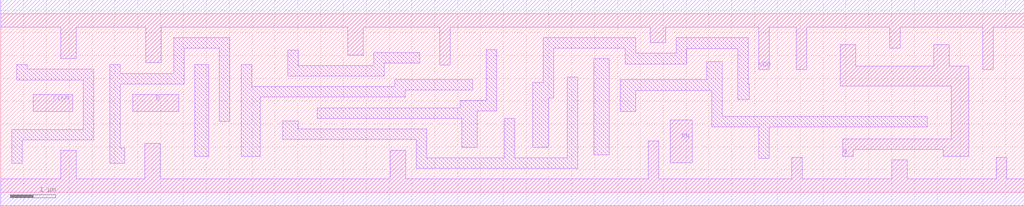
<source format=lef>
# Copyright 2022 GlobalFoundries PDK Authors
#
# Licensed under the Apache License, Version 2.0 (the "License");
# you may not use this file except in compliance with the License.
# You may obtain a copy of the License at
#
#      http://www.apache.org/licenses/LICENSE-2.0
#
# Unless required by applicable law or agreed to in writing, software
# distributed under the License is distributed on an "AS IS" BASIS,
# WITHOUT WARRANTIES OR CONDITIONS OF ANY KIND, either express or implied.
# See the License for the specific language governing permissions and
# limitations under the License.

MACRO gf180mcu_fd_sc_mcu7t5v0__dffnrnq_4
  CLASS core ;
  FOREIGN gf180mcu_fd_sc_mcu7t5v0__dffnrnq_4 0.0 0.0 ;
  ORIGIN 0 0 ;
  SYMMETRY X Y ;
  SITE GF018hv5v_mcu_sc7 ;
  SIZE 22.4 BY 3.92 ;
  PIN D
    DIRECTION INPUT ;
    ANTENNAGATEAREA 0.614 ;
    PORT
      LAYER Metal1 ;
        POLYGON 2.89 1.77 3.895 1.77 3.895 2.15 2.89 2.15  ;
    END
  END D
  PIN RN
    DIRECTION INPUT ;
    ANTENNAGATEAREA 1.3955 ;
    PORT
      LAYER Metal1 ;
        POLYGON 14.65 0.65 15.14 0.65 15.14 1.59 14.65 1.59  ;
    END
  END RN
  PIN CLKN
    DIRECTION INPUT ;
    USE clock ;
    ANTENNAGATEAREA 0.6755 ;
    PORT
      LAYER Metal1 ;
        POLYGON 0.71 1.77 1.575 1.77 1.575 2.15 0.71 2.15  ;
    END
  END CLKN
  PIN Q
    DIRECTION OUTPUT ;
    ANTENNADIFFAREA 2.08 ;
    PORT
      LAYER Metal1 ;
        POLYGON 18.38 2.33 20.28 2.33 20.81 2.33 20.81 1.175 18.435 1.175 18.435 0.79 18.665 0.79 18.665 0.945 20.635 0.945 20.635 0.79 21.19 0.79 21.19 2.765 20.76 2.765 20.76 3.235 20.42 3.235 20.42 2.765 20.28 2.765 18.72 2.765 18.72 3.235 18.38 3.235  ;
    END
  END Q
  PIN VDD
    DIRECTION INOUT ;
    USE power ;
    SHAPE ABUTMENT ;
    PORT
      LAYER Metal1 ;
        POLYGON 0 3.62 1.31 3.62 1.31 2.93 1.65 2.93 1.65 3.62 2.035 3.62 3.17 3.62 3.17 2.845 3.51 2.845 3.51 3.62 5.015 3.62 7.59 3.62 7.59 3.005 7.93 3.005 7.93 3.62 9.17 3.62 9.605 3.62 9.605 2.79 9.835 2.79 9.835 3.62 10.33 3.62 10.855 3.62 14.22 3.62 14.22 3.28 14.56 3.28 14.56 3.62 16.385 3.62 16.595 3.62 16.595 2.69 16.825 2.69 16.825 3.62 17.415 3.62 17.415 2.69 17.645 2.69 17.645 3.62 19.455 3.62 19.455 3.16 19.685 3.16 19.685 3.62 20.28 3.62 21.495 3.62 21.495 2.69 21.725 2.69 21.725 3.62 22.4 3.62 22.4 4.22 20.28 4.22 16.385 4.22 10.855 4.22 10.33 4.22 9.17 4.22 5.015 4.22 2.035 4.22 0 4.22  ;
    END
  END VDD
  PIN VSS
    DIRECTION INOUT ;
    USE ground ;
    SHAPE ABUTMENT ;
    PORT
      LAYER Metal1 ;
        POLYGON 0 -0.3 22.4 -0.3 22.4 0.3 22.025 0.3 22.025 0.765 21.795 0.765 21.795 0.3 19.84 0.3 19.84 0.715 19.5 0.715 19.5 0.3 17.545 0.3 17.545 0.765 17.315 0.765 17.315 0.3 14.405 0.3 14.405 1.13 14.175 1.13 14.175 0.3 8.87 0.3 8.87 0.915 8.53 0.915 8.53 0.3 3.49 0.3 3.49 1.075 3.15 1.075 3.15 0.3 1.65 0.3 1.65 0.915 1.31 0.915 1.31 0.3 0 0.3  ;
    END
  END VSS
  OBS
      LAYER Metal1 ;
        POLYGON 0.345 2.465 1.805 2.465 1.805 1.375 0.245 1.375 0.245 0.63 0.475 0.63 0.475 1.145 2.035 1.145 2.035 2.7 0.575 2.7 0.575 2.805 0.345 2.805  ;
        POLYGON 4.245 0.79 4.555 0.79 4.555 2.8 4.245 2.8  ;
        POLYGON 2.615 2.38 4.015 2.38 4.015 3.16 4.785 3.16 4.785 1.555 5.015 1.555 5.015 3.39 3.785 3.39 3.785 2.61 2.615 2.61 2.615 2.805 2.385 2.805 2.385 0.63 2.715 0.63 2.715 0.97 2.615 0.97  ;
        POLYGON 6.285 2.545 8.39 2.545 8.39 2.83 9.17 2.83 9.17 3.06 8.16 3.06 8.16 2.775 6.515 2.775 6.515 3.115 6.285 3.115  ;
        POLYGON 5.265 0.79 5.675 0.79 5.675 2.085 8.85 2.085 8.85 2.24 10.33 2.24 10.33 2.47 8.62 2.47 8.62 2.315 5.495 2.315 5.495 2.8 5.265 2.8  ;
        POLYGON 6.93 1.625 10.09 1.625 10.09 0.99 10.43 0.99 10.43 1.78 10.855 1.78 10.855 3.13 10.625 3.13 10.625 2.01 10.06 2.01 10.06 1.855 6.93 1.855  ;
        POLYGON 6.17 1.165 9.1 1.165 9.1 0.53 12.625 0.53 12.625 2.525 12.395 2.525 12.395 0.76 11.255 0.76 11.255 1.62 11.025 1.62 11.025 0.76 9.33 0.76 9.33 1.395 6.515 1.395 6.515 1.565 6.17 1.565  ;
        POLYGON 12.98 0.82 13.32 0.82 13.32 2.93 12.98 2.93  ;
        POLYGON 11.645 0.99 11.995 0.99 11.995 2.065 12.105 2.065 12.105 3.16 13.67 3.16 13.67 2.815 15.02 2.815 15.02 3.155 16.135 3.155 16.135 2.035 16.385 2.035 16.385 2.375 16.365 2.375 16.365 3.39 14.79 3.39 14.79 3.05 13.9 3.05 13.9 3.39 11.875 3.39 11.875 2.405 11.645 2.405  ;
        POLYGON 13.56 1.77 13.9 1.77 13.9 2.235 15.56 2.235 15.56 1.435 16.595 1.435 16.595 0.74 16.825 0.74 16.825 1.435 20.28 1.435 20.28 1.665 15.79 1.665 15.79 2.87 15.45 2.87 15.45 2.47 13.56 2.47  ;
  END
END gf180mcu_fd_sc_mcu7t5v0__dffnrnq_4

</source>
